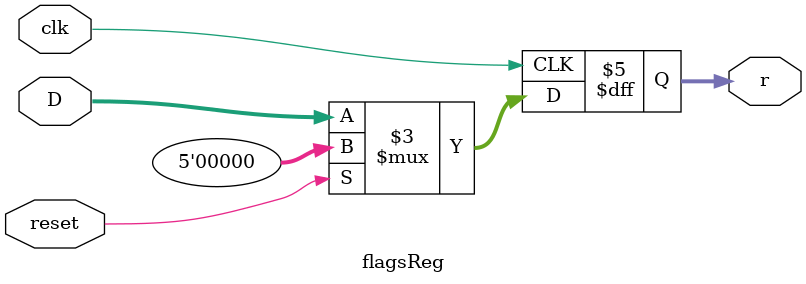
<source format=v>
`timescale 1ns / 1ps

module flagsReg(D, reset, clk, r);
	 input [4:0] D;
	 input reset, clk;
	 output reg [4:0] r;
	 
 always @( posedge clk )
	begin
	if (reset) r <= 5'b00000;
	else
		begin			
			r <= D;
		end
	end
endmodule


</source>
